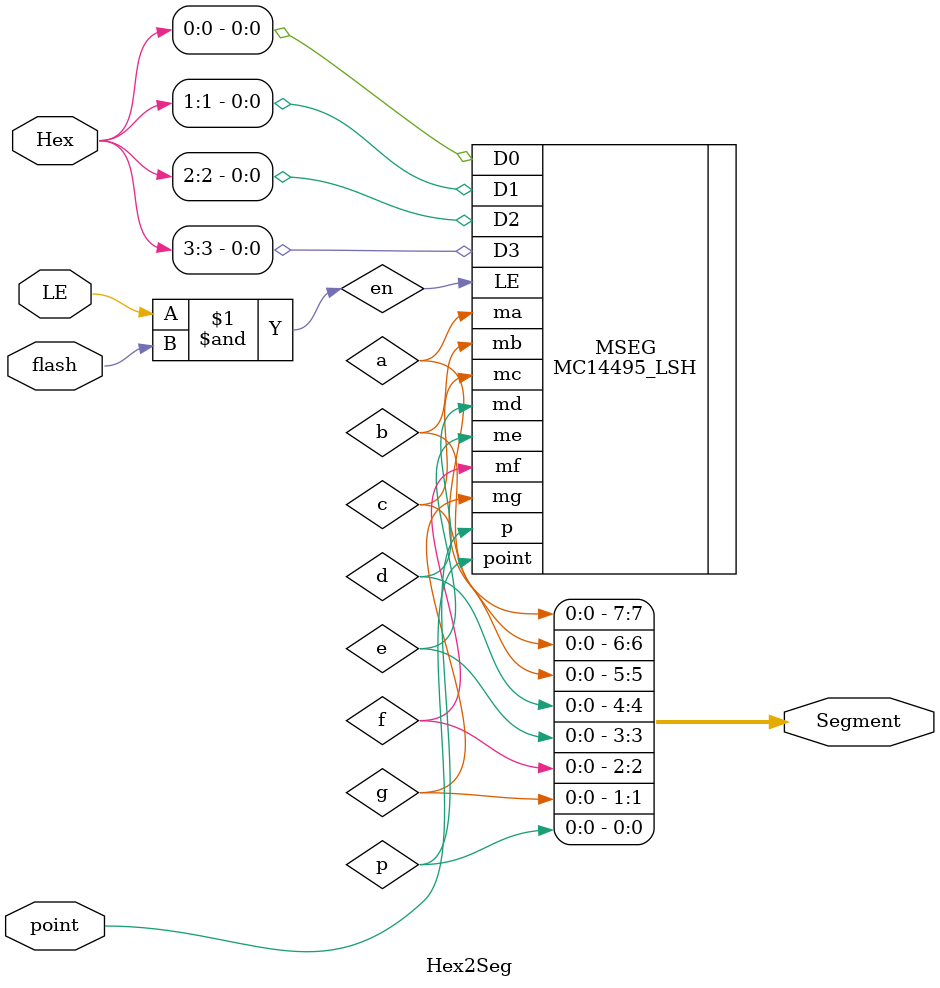
<source format=v>
`timescale 1ns / 1ps
module HexTo8(
input [31:0] Hexs,
input [7:0] points,
input [7:0] LES,
input flash,
output [63:0] SEG_TXT
);

Hex2Seg HTS0(Hexs[31:28],LES[7],points[7],flash,SEG_TXT[7:0]);
Hex2Seg HTS1(Hexs[27:24],LES[6],points[6],flash,SEG_TXT[15:8]);
Hex2Seg HTS2(Hexs[23:20],LES[5],points[5],flash,SEG_TXT[23:16]);
Hex2Seg HTS3(Hexs[19:16],LES[4],points[4],flash,SEG_TXT[31:24]);
Hex2Seg HTS4(Hexs[15:12],LES[3],points[3],flash,SEG_TXT[39:32]);
Hex2Seg HTS5(Hexs[11:8],LES[2],points[2],flash,SEG_TXT[47:40]);
Hex2Seg HTS6(Hexs[7:4],LES[1],points[1],flash,SEG_TXT[55:48]);
Hex2Seg HTS7(Hexs[3:0],LES[0],points[0],flash,SEG_TXT[63:56]);

endmodule

module Hex2Seg(
input [3:0]Hex,
input LE,
input point,
input flash,
output [7:0]Segment
);
wire en =LE&flash;
MC14495_LSH MSEG(.D3(Hex[3]),
.D2(Hex[2]),
.D1(Hex[1]),
.D0(Hex[0]),
.LE(en),
.point(point),
.ma(a),
.mb(b),
.mc(c),
.md(d),
.me(e),
.mf(f),
.mg(g),
.p(p)
);
assign Segment = {a,b,c,d,e,f,g,p};
endmodule

</source>
